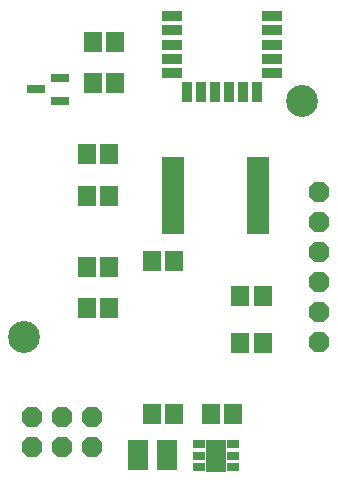
<source format=gbs>
G04 EAGLE Gerber RS-274X export*
G75*
%MOMM*%
%FSLAX34Y34*%
%LPD*%
%INBottom Solder Mask*%
%IPPOS*%
%AMOC8*
5,1,8,0,0,1.08239X$1,22.5*%
G01*
%ADD10C,2.703200*%
%ADD11R,1.503200X1.703200*%
%ADD12R,1.053200X0.653200*%
%ADD13R,1.803200X2.703200*%
%ADD14R,1.905200X0.678400*%
%ADD15R,1.501400X0.800300*%
%ADD16R,1.745200X0.861900*%
%ADD17P,1.869504X8X112.500000*%
%ADD18P,1.869504X8X22.500000*%
%ADD19R,1.703200X0.903200*%
%ADD20R,0.903200X1.703200*%


D10*
X262500Y320000D03*
X27500Y120000D03*
D11*
X104500Y335000D03*
X85500Y335000D03*
X104500Y370000D03*
X85500Y370000D03*
X154500Y185000D03*
X135500Y185000D03*
X80500Y145000D03*
X99500Y145000D03*
X99500Y180000D03*
X80500Y180000D03*
D12*
X204500Y30000D03*
X204500Y20000D03*
X204500Y10000D03*
X175500Y10000D03*
X175500Y20000D03*
X175500Y30000D03*
D13*
X190000Y20000D03*
D11*
X185500Y55000D03*
X204500Y55000D03*
X229500Y115000D03*
X210500Y115000D03*
X229500Y155000D03*
X210500Y155000D03*
D14*
X153971Y210750D03*
X153971Y217250D03*
X153971Y223750D03*
X153971Y230250D03*
X153971Y236750D03*
X153971Y243250D03*
X153971Y249750D03*
X153971Y256250D03*
X153971Y262750D03*
X153971Y269250D03*
X226029Y269250D03*
X226029Y262750D03*
X226029Y256250D03*
X226029Y249750D03*
X226029Y243250D03*
X226029Y236750D03*
X226029Y230250D03*
X226029Y223750D03*
X226029Y217250D03*
X226029Y210750D03*
D15*
X57766Y339500D03*
X57766Y320500D03*
X37234Y330000D03*
D16*
X148936Y29240D03*
X148936Y20400D03*
X148936Y11560D03*
X123664Y11560D03*
X123664Y20400D03*
X123664Y29240D03*
D11*
X99500Y240000D03*
X80500Y240000D03*
X99500Y275000D03*
X80500Y275000D03*
X135500Y55000D03*
X154500Y55000D03*
D17*
X277000Y116500D03*
X277000Y141900D03*
X277000Y167300D03*
X277000Y192700D03*
X277000Y218100D03*
X277000Y243500D03*
D18*
X34600Y27300D03*
X34600Y52700D03*
X60000Y27300D03*
X60000Y52700D03*
X85400Y27300D03*
X85400Y52700D03*
D19*
X237600Y343900D03*
X237600Y355900D03*
X237600Y367900D03*
X237600Y379900D03*
X237600Y391900D03*
D20*
X225100Y327400D03*
X213100Y327400D03*
X201100Y327400D03*
X189100Y327400D03*
X177100Y327400D03*
X165100Y327400D03*
D19*
X152600Y343900D03*
X152600Y355900D03*
X152600Y367900D03*
X152600Y379900D03*
X152600Y391900D03*
M02*

</source>
